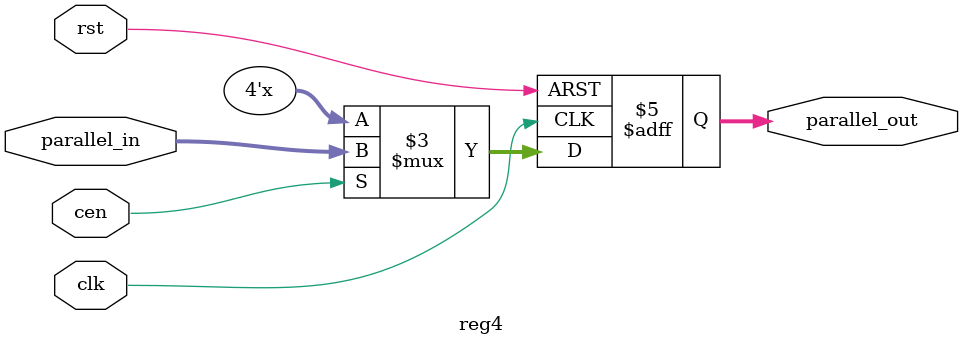
<source format=sv>
module reg4 (
    input logic [3:0] parallel_in,
    input logic clk,
    input logic rst,
    input logic cen,
    output logic [3:0] parallel_out
);

always @(posedge clk, posedge rst) begin
    if (rst)
        parallel_out <= 4'b0;
    else if (cen)
        parallel_out <= parallel_in;
    else parallel_out = 4'bz;
end
endmodule
</source>
